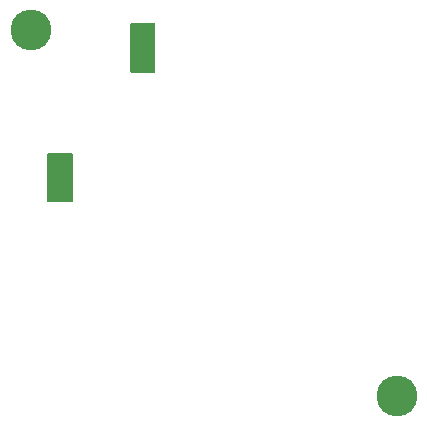
<source format=gbr>
G04 EAGLE Gerber RS-274X export*
G75*
%MOMM*%
%FSLAX34Y34*%
%LPD*%
%INSoldermask Bottom*%
%IPPOS*%
%AMOC8*
5,1,8,0,0,1.08239X$1,22.5*%
G01*
%ADD10C,3.453200*%
%ADD11R,1.511200X1.511200*%

G36*
X160020Y329242D02*
X160020Y329242D01*
X160039Y329240D01*
X160141Y329262D01*
X160243Y329279D01*
X160260Y329288D01*
X160280Y329292D01*
X160369Y329345D01*
X160460Y329394D01*
X160474Y329408D01*
X160491Y329418D01*
X160558Y329497D01*
X160630Y329572D01*
X160638Y329590D01*
X160651Y329605D01*
X160690Y329701D01*
X160733Y329795D01*
X160735Y329815D01*
X160743Y329833D01*
X160761Y330000D01*
X160761Y370000D01*
X160758Y370020D01*
X160760Y370039D01*
X160738Y370141D01*
X160722Y370243D01*
X160712Y370260D01*
X160708Y370280D01*
X160655Y370369D01*
X160606Y370460D01*
X160592Y370474D01*
X160582Y370491D01*
X160503Y370558D01*
X160428Y370630D01*
X160410Y370638D01*
X160395Y370651D01*
X160299Y370690D01*
X160205Y370733D01*
X160185Y370735D01*
X160167Y370743D01*
X160000Y370761D01*
X140000Y370761D01*
X139980Y370758D01*
X139961Y370760D01*
X139859Y370738D01*
X139757Y370722D01*
X139740Y370712D01*
X139720Y370708D01*
X139631Y370655D01*
X139540Y370606D01*
X139526Y370592D01*
X139509Y370582D01*
X139442Y370503D01*
X139371Y370428D01*
X139362Y370410D01*
X139349Y370395D01*
X139310Y370299D01*
X139267Y370205D01*
X139265Y370185D01*
X139257Y370167D01*
X139239Y370000D01*
X139239Y330000D01*
X139242Y329980D01*
X139240Y329961D01*
X139262Y329859D01*
X139279Y329757D01*
X139288Y329740D01*
X139292Y329720D01*
X139345Y329631D01*
X139394Y329540D01*
X139408Y329526D01*
X139418Y329509D01*
X139497Y329442D01*
X139572Y329371D01*
X139590Y329362D01*
X139605Y329349D01*
X139701Y329310D01*
X139795Y329267D01*
X139815Y329265D01*
X139833Y329257D01*
X140000Y329239D01*
X160000Y329239D01*
X160020Y329242D01*
G37*
G36*
X90020Y219242D02*
X90020Y219242D01*
X90039Y219240D01*
X90141Y219262D01*
X90243Y219279D01*
X90260Y219288D01*
X90280Y219292D01*
X90369Y219345D01*
X90460Y219394D01*
X90474Y219408D01*
X90491Y219418D01*
X90558Y219497D01*
X90630Y219572D01*
X90638Y219590D01*
X90651Y219605D01*
X90690Y219701D01*
X90733Y219795D01*
X90735Y219815D01*
X90743Y219833D01*
X90761Y220000D01*
X90761Y260000D01*
X90758Y260020D01*
X90760Y260039D01*
X90738Y260141D01*
X90722Y260243D01*
X90712Y260260D01*
X90708Y260280D01*
X90655Y260369D01*
X90606Y260460D01*
X90592Y260474D01*
X90582Y260491D01*
X90503Y260558D01*
X90428Y260630D01*
X90410Y260638D01*
X90395Y260651D01*
X90299Y260690D01*
X90205Y260733D01*
X90185Y260735D01*
X90167Y260743D01*
X90000Y260761D01*
X70000Y260761D01*
X69980Y260758D01*
X69961Y260760D01*
X69859Y260738D01*
X69757Y260722D01*
X69740Y260712D01*
X69720Y260708D01*
X69631Y260655D01*
X69540Y260606D01*
X69526Y260592D01*
X69509Y260582D01*
X69442Y260503D01*
X69371Y260428D01*
X69362Y260410D01*
X69349Y260395D01*
X69310Y260299D01*
X69267Y260205D01*
X69265Y260185D01*
X69257Y260167D01*
X69239Y260000D01*
X69239Y220000D01*
X69242Y219980D01*
X69240Y219961D01*
X69262Y219859D01*
X69279Y219757D01*
X69288Y219740D01*
X69292Y219720D01*
X69345Y219631D01*
X69394Y219540D01*
X69408Y219526D01*
X69418Y219509D01*
X69497Y219442D01*
X69572Y219371D01*
X69590Y219362D01*
X69605Y219349D01*
X69701Y219310D01*
X69795Y219267D01*
X69815Y219265D01*
X69833Y219257D01*
X70000Y219239D01*
X90000Y219239D01*
X90020Y219242D01*
G37*
D10*
X365000Y55000D03*
X55000Y365000D03*
D11*
X80000Y230000D03*
X80000Y250000D03*
X150000Y340000D03*
X150000Y360000D03*
M02*

</source>
